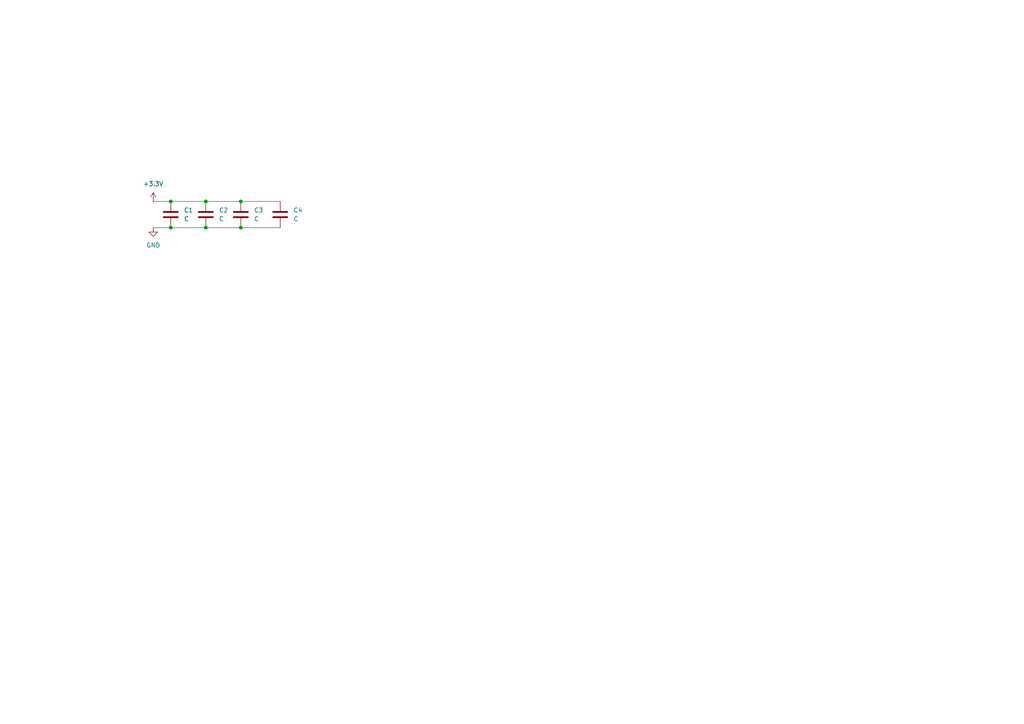
<source format=kicad_sch>
(kicad_sch (version 20250114) (generator "eeschema") (generator_version "9.0")
  (paper "A4")
  (lib_symbols
    (symbol "Device:C" (pin_numbers (hide yes)) (pin_names (offset 0.254))
      (property "Reference" "C" (at 0.635 2.54 0))
      (property "Value" "C" (at 0.635 -2.54 0))
      (symbol "C_0_1"
        (polyline (pts (xy -2.032 0.762) (xy 2.032 0.762)) (stroke (width 0.508)))
        (polyline (pts (xy -2.032 -0.762) (xy 2.032 -0.762)) (stroke (width 0.508)))
      )
      (symbol "C_1_1"
        (pin passive line (at 0 3.81 270) (length 2.794) (name "~") (number "1"))
        (pin passive line (at 0 -3.81 90) (length 2.794) (name "~") (number "2"))
      )
    )
    (symbol "power:+3.3V" (power) (pin_numbers (hide yes)) (pin_names (offset 0) (hide yes))
      (property "Value" "+3.3V" (at 0 3.556 0))
      (symbol "+3.3V_0_1"
        (polyline (pts (xy -0.762 1.27) (xy 0 2.54)))
        (polyline (pts (xy 0 2.54) (xy 0.762 1.27)))
        (polyline (pts (xy 0 0) (xy 0 2.54)))
      )
      (symbol "+3.3V_1_1"
        (pin power_in line (at 0 0 90) (length 0) (name "~") (number "1"))
      )
    )
    (symbol "power:GND" (power) (pin_numbers (hide yes)) (pin_names (offset 0) (hide yes))
      (property "Value" "GND" (at 0 -3.81 0))
      (symbol "GND_0_1"
        (polyline (pts (xy 0 0) (xy 0 -1.27) (xy 1.27 -1.27) (xy 0 -2.54) (xy -1.27 -1.27) (xy 0 -1.27)))
      )
      (symbol "GND_1_1"
        (pin power_in line (at 0 0 270) (length 0) (name "~") (number "1"))
      )
    )
  )
  (junction (at 49.53 66.04))
  (junction (at 59.69 58.42))
  (junction (at 69.85 58.42))
  (junction (at 69.85 66.04))
  (junction (at 59.69 66.04))
  (junction (at 49.53 58.42))
  (wire (pts (xy 49.53 58.42) (xy 59.69 58.42)))
  (wire (pts (xy 69.85 58.42) (xy 81.28 58.42)))
  (wire (pts (xy 59.69 58.42) (xy 69.85 58.42)))
  (wire (pts (xy 59.69 66.04) (xy 69.85 66.04)))
  (wire (pts (xy 44.45 66.04) (xy 49.53 66.04)))
  (wire (pts (xy 49.53 66.04) (xy 59.69 66.04)))
  (wire (pts (xy 44.45 58.42) (xy 49.53 58.42)))
  (wire (pts (xy 69.85 66.04) (xy 81.28 66.04)))
  (symbol (lib_id "Device:C") (at 59.69 62.23 0) (unit 1)
    (property "Reference" "C2" (at 63.5 60.9599 0) (effects (justify left)))
    (property "Value" "C" (at 63.5 63.4999 0) (effects (justify left)))
    (property "Description" "Unpolarized capacitor" (effects (hide yes)))
  )
  (symbol (lib_id "Device:C") (at 81.28 62.23 0) (unit 1)
    (property "Reference" "C4" (at 85.09 60.9599 0) (effects (justify left)))
    (property "Value" "C" (at 85.09 63.4999 0) (effects (justify left)))
    (property "Description" "Unpolarized capacitor" (effects (hide yes)))
  )
  (symbol (lib_id "power:+3.3V") (at 44.45 58.42 0) (unit 1)
    (property "Reference" "#PWR01" (effects (hide yes)))
    (property "Value" "+3.3V" (at 44.45 53.34 0))
    (property "Description" "Power symbol creates a global label with name \"+3.3V\"" (effects (hide yes)))
  )
  (symbol (lib_id "Device:C") (at 69.85 62.23 0) (unit 1)
    (property "Reference" "C3" (at 73.66 60.9599 0) (effects (justify left)))
    (property "Value" "C" (at 73.66 63.4999 0) (effects (justify left)))
    (property "Description" "Unpolarized capacitor" (effects (hide yes)))
  )
  (symbol (lib_id "Device:C") (at 49.53 62.23 0) (unit 1)
    (property "Reference" "C1" (at 53.34 60.9599 0) (effects (justify left)))
    (property "Value" "C" (at 53.34 63.4999 0) (effects (justify left)))
    (property "Description" "Unpolarized capacitor" (effects (hide yes)))
  )
  (symbol (lib_id "power:GND") (at 44.45 66.04 0) (unit 1)
    (property "Reference" "#PWR02" (effects (hide yes)))
    (property "Value" "GND" (at 44.45 71.12 0))
    (property "Description" "Power symbol creates a global label with name \"GND\" , ground" (effects (hide yes)))
  )
)
</source>
